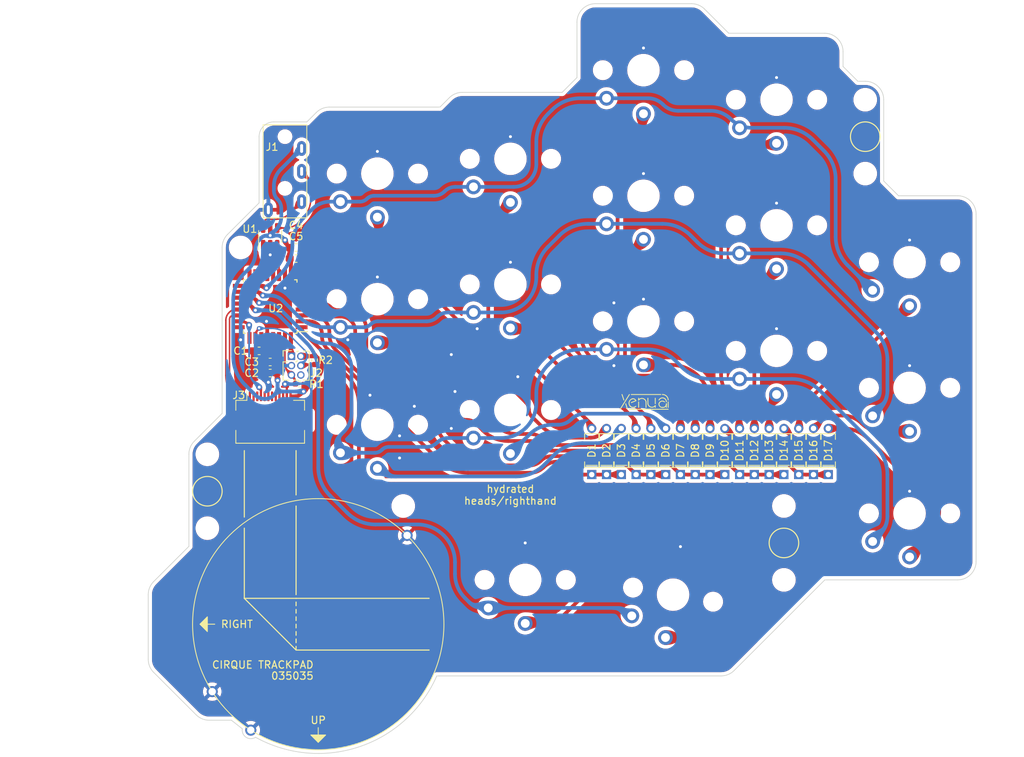
<source format=kicad_pcb>
(kicad_pcb (version 20211014) (generator pcbnew)

  (general
    (thickness 1.6)
  )

  (paper "A4")
  (layers
    (0 "F.Cu" signal)
    (31 "B.Cu" signal)
    (32 "B.Adhes" user "B.Adhesive")
    (33 "F.Adhes" user "F.Adhesive")
    (34 "B.Paste" user)
    (35 "F.Paste" user)
    (36 "B.SilkS" user "B.Silkscreen")
    (37 "F.SilkS" user "F.Silkscreen")
    (38 "B.Mask" user)
    (39 "F.Mask" user)
    (40 "Dwgs.User" user "User.Drawings")
    (41 "Cmts.User" user "User.Comments")
    (42 "Eco1.User" user "User.Eco1")
    (43 "Eco2.User" user "User.Eco2")
    (44 "Edge.Cuts" user)
    (45 "Margin" user)
    (46 "B.CrtYd" user "B.Courtyard")
    (47 "F.CrtYd" user "F.Courtyard")
    (48 "B.Fab" user)
    (49 "F.Fab" user)
    (50 "User.1" user)
    (51 "User.2" user)
    (52 "User.3" user)
    (53 "User.4" user)
    (54 "User.5" user)
    (55 "User.6" user)
    (56 "User.7" user)
    (57 "User.8" user)
    (58 "User.9" user)
  )

  (setup
    (stackup
      (layer "F.SilkS" (type "Top Silk Screen"))
      (layer "F.Paste" (type "Top Solder Paste"))
      (layer "F.Mask" (type "Top Solder Mask") (thickness 0.01))
      (layer "F.Cu" (type "copper") (thickness 0.035))
      (layer "dielectric 1" (type "core") (thickness 1.51) (material "FR4") (epsilon_r 4.5) (loss_tangent 0.02))
      (layer "B.Cu" (type "copper") (thickness 0.035))
      (layer "B.Mask" (type "Bottom Solder Mask") (thickness 0.01))
      (layer "B.Paste" (type "Bottom Solder Paste"))
      (layer "B.SilkS" (type "Bottom Silk Screen"))
      (copper_finish "None")
      (dielectric_constraints no)
    )
    (pad_to_mask_clearance 0)
    (pcbplotparams
      (layerselection 0x00010fc_ffffffff)
      (disableapertmacros false)
      (usegerberextensions false)
      (usegerberattributes true)
      (usegerberadvancedattributes true)
      (creategerberjobfile true)
      (svguseinch false)
      (svgprecision 6)
      (excludeedgelayer true)
      (plotframeref false)
      (viasonmask false)
      (mode 1)
      (useauxorigin false)
      (hpglpennumber 1)
      (hpglpenspeed 20)
      (hpglpendiameter 15.000000)
      (dxfpolygonmode true)
      (dxfimperialunits true)
      (dxfusepcbnewfont true)
      (psnegative false)
      (psa4output false)
      (plotreference true)
      (plotvalue true)
      (plotinvisibletext false)
      (sketchpadsonfab false)
      (subtractmaskfromsilk false)
      (outputformat 1)
      (mirror false)
      (drillshape 1)
      (scaleselection 1)
      (outputdirectory "")
    )
  )

  (net 0 "")
  (net 1 "GND")
  (net 2 "Net-(C1-Pad2)")
  (net 3 "+3V3")
  (net 4 "/SWDIO")
  (net 5 "/RST")
  (net 6 "/SWCLK")
  (net 7 "unconnected-(J2-Pad6)")
  (net 8 "/TRACK_SDA")
  (net 9 "/TRACK_SCL")
  (net 10 "/TRACK_BTN1")
  (net 11 "/TRACK_BTN3")
  (net 12 "/TRACK_BTN2")
  (net 13 "/TRACK_COPI")
  (net 14 "/TRACK_DATA_READY")
  (net 15 "/TRACK_CS")
  (net 16 "/TRACK_CIPO")
  (net 17 "/TRACK_SCK")
  (net 18 "/SCL")
  (net 19 "/SDA")
  (net 20 "Net-(J1-PadR2)")
  (net 21 "Net-(J1-PadR1)")
  (net 22 "C_PINKY")
  (net 23 "unconnected-(U2-Pad6)")
  (net 24 "unconnected-(U2-Pad7)")
  (net 25 "unconnected-(U2-Pad8)")
  (net 26 "R_TOP")
  (net 27 "R_HOME")
  (net 28 "R_BOTTOM")
  (net 29 "R_THUMB")
  (net 30 "C_INNER")
  (net 31 "C_INDEX")
  (net 32 "C_MIDDLE")
  (net 33 "C_RING")
  (net 34 "unconnected-(U2-Pad24)")
  (net 35 "unconnected-(U2-Pad25)")
  (net 36 "unconnected-(U2-Pad27)")
  (net 37 "Net-(D1-Pad2)")
  (net 38 "Net-(D2-Pad2)")
  (net 39 "Net-(D3-Pad2)")
  (net 40 "Net-(D4-Pad2)")
  (net 41 "Net-(D5-Pad2)")
  (net 42 "Net-(D6-Pad2)")
  (net 43 "Net-(D7-Pad2)")
  (net 44 "Net-(D8-Pad2)")
  (net 45 "Net-(D9-Pad2)")
  (net 46 "Net-(D10-Pad2)")
  (net 47 "Net-(D11-Pad2)")
  (net 48 "Net-(D12-Pad2)")
  (net 49 "Net-(D13-Pad2)")
  (net 50 "Net-(D14-Pad2)")
  (net 51 "Net-(D15-Pad2)")
  (net 52 "Net-(D16-Pad2)")
  (net 53 "Net-(D17-Pad2)")
  (net 54 "unconnected-(U2-Pad13)")
  (net 55 "unconnected-(U2-Pad14)")
  (net 56 "unconnected-(U2-Pad15)")
  (net 57 "unconnected-(U2-Pad16)")

  (footprint "Capacitor_SMD:C_0603_1608Metric_Pad1.08x0.95mm_HandSolder" (layer "F.Cu") (at 55.5 116.5 180))

  (footprint "MountingHole:MountingHole_2.2mm_M2_DIN965" (layer "F.Cu") (at 136 91))

  (footprint "mbk:Choc-1u-solder" (layer "F.Cu") (at 106 94))

  (footprint "Capacitor_SMD:C_0603_1608Metric_Pad1.08x0.95mm_HandSolder" (layer "F.Cu") (at 59 102.5))

  (footprint "mbk:Choc-1u-solder" (layer "F.Cu") (at 124 81))

  (footprint "1N4148:DIOAD829W49L456D191" (layer "F.Cu") (at 105 128.5 90))

  (footprint "mbk:Choc-1u-solder" (layer "F.Cu") (at 70 91))

  (footprint "1N4148:DIOAD829W49L456D191" (layer "F.Cu") (at 107 128.5 90))

  (footprint "Package_TO_SOT_SMD:SOT-23-6" (layer "F.Cu") (at 55.5 99.5 90))

  (footprint "1N4148:DIOAD829W49L456D191" (layer "F.Cu") (at 111 128.5 90))

  (footprint "Resistor_SMD:R_0402_1005Metric_Pad0.72x0.64mm_HandSolder" (layer "F.Cu") (at 59.5 119.5 180))

  (footprint "1N4148:DIOAD829W49L456D191" (layer "F.Cu") (at 99 128.5 90))

  (footprint "cirque:cirque_TM035035" (layer "F.Cu") (at 62 152 180))

  (footprint "mbk:Choc-1u-solder" (layer "F.Cu") (at 124 98))

  (footprint "1N4148:DIOAD829W49L456D191" (layer "F.Cu") (at 127 128.5 90))

  (footprint "1N4148:DIOAD829W49L456D191" (layer "F.Cu") (at 125 128.5 90))

  (footprint "mbk:Choc-1u-solder" (layer "F.Cu") (at 88 106))

  (footprint "MountingHole:MountingHole_2.2mm_M2_DIN965" (layer "F.Cu") (at 136 81))

  (footprint "1N4148:DIOAD829W49L456D191" (layer "F.Cu") (at 117 128.5 90))

  (footprint "1N4148:DIOAD829W49L456D191" (layer "F.Cu") (at 109 128.5 90))

  (footprint "mbk:Choc-1u-solder" (layer "F.Cu") (at 142 103))

  (footprint "pj320a:Jack_3.5mm_PJ320A_Horizontal" (layer "F.Cu") (at 57.5 86 -90))

  (footprint "mbk:Choc-1u-solder" (layer "F.Cu") (at 142 137))

  (footprint "mbk:Choc-1u-solder" (layer "F.Cu") (at 124 115))

  (footprint "Connector_FFC-FPC:Hirose_FH12-12S-0.5SH_1x12-1MP_P0.50mm_Horizontal" (layer "F.Cu") (at 55.5 123))

  (footprint "1N4148:DIOAD829W49L456D191" (layer "F.Cu") (at 113 128.5 90))

  (footprint "1N4148:DIOAD829W49L456D191" (layer "F.Cu") (at 115 128.5 90))

  (footprint "mbk:Choc-1u-solder" (layer "F.Cu") (at 88 89))

  (footprint "Capacitor_SMD:C_0603_1608Metric_Pad1.08x0.95mm_HandSolder" (layer "F.Cu") (at 59 101))

  (footprint "xenua:sig" (layer "F.Cu") (at 102.845 122.905167))

  (footprint "MountingHole:MountingHole_2.2mm_M2_DIN965" (layer "F.Cu") (at 125 136))

  (footprint "mbk:Choc-1u-solder" (layer "F.Cu") (at 106 111))

  (footprint "MountingHole:MountingHole_2.2mm_M2_DIN965" (layer "F.Cu") (at 51.5 101))

  (footprint "1N4148:DIOAD829W49L456D191" (layer "F.Cu") (at 103 128.5 90))

  (footprint "MountingHole:MountingHole_2.2mm_M2_DIN965" (layer "F.Cu") (at 47 139))

  (footprint "1N4148:DIOAD829W49L456D191" (layer "F.Cu") (at 131 128.5 90))

  (footprint "Connector_PinHeader_1.27mm:PinHeader_2x03_P1.27mm_Vertical" (layer "F.Cu") (at 58.375 115.725))

  (footprint "mbk:Choc-1u-solder" (layer "F.Cu") (at 142 120))

  (footprint "Capacitor_SMD:C_0603_1608Metric_Pad1.08x0.95mm_HandSolder" (layer "F.Cu") (at 54 115))

  (footprint "MountingHole:MountingHole_2.2mm_M2_DIN965" (layer "F.Cu") (at 125 146))

  (footprint "mbk:Choc-1u-solder" (layer "F.Cu") (at 88 123))

  (footprint "mbk:Choc-1u-solder" (layer "F.Cu") (at 110 148 -10))

  (footprint "1N4148:DIOAD829W49L456D191" (layer "F.Cu") (at 121 128.5 90))

  (footprint "1N4148:DIOAD829W49L456D191" (layer "F.Cu") (at 119 128.5 90))

  (footprint "mbk:Choc-1u-solder" (layer "F.Cu") (at 70 108))

  (footprint "1N4148:DIOAD829W49L456D191" (layer "F.Cu") (at 101 128.5 90))

  (footprint "Resistor_SMD:R_0402_1005Metric_Pad0.72x0.64mm_HandSolder" (layer "F.Cu") (at 61.5 116.25 90))

  (footprint "Package_QFP:TQFP-32_7x7mm_P0.8mm" (layer "F.Cu")
    (tedit 5A02F146) (tstamp ca98b832-42d9-48ef-b0f0-8a38fadade53)
    (at 55.5 109 180)
    (descr "32-Lead Plastic Thin Quad Flatpack (PT) - 7x7x1.0 mm Body, 2.00 mm [TQFP] (see Microchip Packaging Specification 00000049BS.pdf)")
    (tags "QFP 0.8")
    (property "Sheetfile" "righthand.kicad_sch")
    (property "Sheetname" "")
    (path "/cd05dc71-d59b-4335-902d-fe9d6feaeb4a")
    (attr smd)
    (fp_text reference "U2" (at -0.75 -0.25) (layer "F.SilkS")
      (effects (font (size 1 1) (thickness 0.15)))
      (tstamp 7380e8af-0da0-4d19-b97a-3db74afed84b)
    )
    (fp_text value "ATSAMD21E17D-A" (at 0 6.05) (layer "F.Fab")
      (effects (font (size 1 1) (thickness 0.15)))
      (tstamp f2253836-2d9b-40d1-8286-5de307be6bb5)
    )
    (fp_text user "${REFERENCE}" (at 0 0) (layer "F.Fab")
      (effects (font (size 1 1) (thickness 0.15)))
      (tstamp ff516df4-8762-493a-bfa9-d109ded985f2)
    )
    (fp_line (start -3.625 3.625) (end -3.625 3.3) (layer "F.SilkS") (width 0.15) (tstamp 163a52c9-5b76-408e-9e8d-b1d727f1e5eb))
    (fp_line (start -3.625 -3.4) (end -5.05 -3.4) (layer "F.SilkS") (width 0.15) (tstamp 4694337d-87f2-4001-9a42-3ac5af7174f1))
    (fp_line (start -3.625 -3.625) (end -3.625 -3.4) (layer "F.SilkS") (width 0.15) (tstamp 47cb438f-2cfc-49d4-b243-896fd33c4f28))
    (fp_line (start 3.625 3.625) (end 3.3 3.625) (layer "F.SilkS") (width 0.15) (tstamp 875bddaa-a6a5-4d05-aa4e-f34cad246fdd))
    (fp_line (start -3.625 3.625) (end -3.3 3.625) (layer "F.SilkS") (width 0.15) (tstamp abbb76e5-e303-4551-abef-6360b634a66e))
    (fp_line (start -3.625 -3.625) (end -3.3 -3.625) (layer "F.SilkS") (width 0.15) (tstamp b86e3cce-ec47-4e60-ad5f-0c88bb84273a))
    (fp_line (start 3.625 -3.625) (end 3.3 -3.625) (layer "F.SilkS") (width 0.15) (tstamp bd51819b-f5a4-4341-9885-d60fd4aa7ac5))
    (fp_line (start 3.625 -3.625) (end 3.625 -3.3) (layer "F.SilkS") (width 0.15) (tstamp d5bef497-bc4d-4dbe-99cb-e4b3a4c01e3f))
    (fp_line (start 3.625 3.625) (end 3.625 3.3) (layer "F.SilkS") (width 0.15) (tstamp d8527688-0a5f-4213-b379-755ddb37619d))
    (fp_line (start -5.3 -5.3) (end 5.3 -5.3) (layer "F.CrtYd") (width 0.05) (tstamp 075e0099-43cc-4e57-801b-810418507ddf))
    (fp_line (start -5.3 5.3) (end 5.3 5.3) (layer "F.CrtYd") (width 0.05) (tstamp 20f4c3c6-d0c7-4e28-b603-453c6a1d75b5))
    (fp_line (start 5.3 -5.3) (end 5.3 5.3) (layer "F.CrtYd") (width 0.05) (tstamp 2133e340-0ea5-497f-be25-7d4b6d30df2c))
    (fp_line (start -5.3 -5.3) (end -5.3 5.3) (layer "F.CrtYd") (width 0.05) (tstamp cc26b4de-d661-424c-883c-1a8ced1f8768))
    (fp_line (start 3.5 -3.5) (end 3.5 3.5) (layer "F.Fab") (width 0.15) (tstamp 0ab6f123-2f7f-4459-9959-f610555e9965))
    (fp_line (start -3.5 3.5) (end -3.5 -2.5) (layer "F.Fab") (width 0.15) (tstamp 5f53635a-7790-49ef-a708-d89dbdce66ff))
    (fp_line (start 3.5 3.5) (end -3.5 3.5) (layer "F.Fab") (width 0.15) (tstamp 6e1700cd-cad7-4c73-a404-c7fdf714574e))
    (fp_line (start -3.5 -2.5) (end -2.5 -3.5) (layer "F.Fab") (width 0.15) (tstamp a4b2c316-8378-48ff-9099-c95542d4d444))
    (fp_line (start -2.5 -3.5) (end 3.5 -3.5) (layer "F.Fab") (width 0.15) (tstamp fa371ff8-e6fb-4463-8f56-ac49214cf9cf))
    (pad "1" smd rect (at -4.25 -2.8 180) (size 1.6 0.55) (layers "F.Cu" "F.Paste" "F.Mask")
      (net 30 "C_INNER") (pinfunction "PA00") (pintype "bidirectional") (tstamp de6c64d1-4ece-4a3f-aa19-c7141c9b1d34))
    (pad "2" smd rect (at -4.25 -2 180) (size 1.6 0.55) (layers "F.Cu" "F.Paste" "F.Mask")
      (net 31 "C_INDEX") (pinfunction "PA01") (pintype "bidirectional") (tstamp 84b5f244-dacb-46d0-b787-6a3c3e03a9e9))
    (pad "3" smd rect (at -4.25 -1.2 180) (size 1.6 0.55) (layers "F.Cu" "F.Paste" "F.Mask")
      (net 32 "C_MIDDLE") (pinfunction "PA02") (pintype "bidirectional") (tstamp 5597da75-39fc-4d77-89f2-21aa5ef8ba8f))
    (pad "4" smd rect (at -4.25 -0.4 180) (size 1.6 0.55) (layers "F.Cu" "F.Paste" "F.Mask")
      (net 33 "C_RING") (pinfunction "PA03") (pintype "bidirectional") (tstamp 209cde5c-0bb3-411e-b329-e93397c704e0))
    (pad "5" smd rect (at -4.25 0.4 180) (size 1.6 0.55) (layers "F.Cu" "F.Paste" "F.Mask")
      (net 22 "C_PINKY") (pinfunction "PA04") (pintype "bidirectional") (tstamp b82ab260-9cf7-4a11-a443-5d402a27af23))
    (pad "6" smd rect (at -4.25 1.2 180) (size 1.6 0.55) (layers "F.Cu" "F.Paste" "F.Mask")
      (net 23 "unconnected-(U2-Pad6)") (pinfunction "PA05") (pintype "bidirectional") (tstamp 179c24d1-7126-42bf-97a3-780c05bb1910))
    (pad "7" smd rect (at -4.25 2 180) (size 1.6 0.55) (layers "F.Cu" "F.Paste" "F.Mask")
      (net 24 "unconnected-(U2-Pad7)") (pinfunction "PA06") (pintype "bidirectional") (tstamp d5c4fb86-56b1-4f06-b04a-6b003385b76a))
    (pad "8" smd rect (at -4.25 2.8 180) (size 1.6 0.55) (layers "F.Cu" "F.Paste" "F.Mask")
      (net 25 "unconnected-(U2-Pad8)") (pinfunction "PA07") (pintype "bidirectional") (tstamp 05a71337-cddb-4d9a-b7ab-112952ceb99b))
    (pad "9" smd rect (at -2.8 4.25 270) (size 1.6 0.55) (layers "F.Cu" "F.Paste" "F.Mask")
      (net 
... [2016839 chars truncated]
</source>
